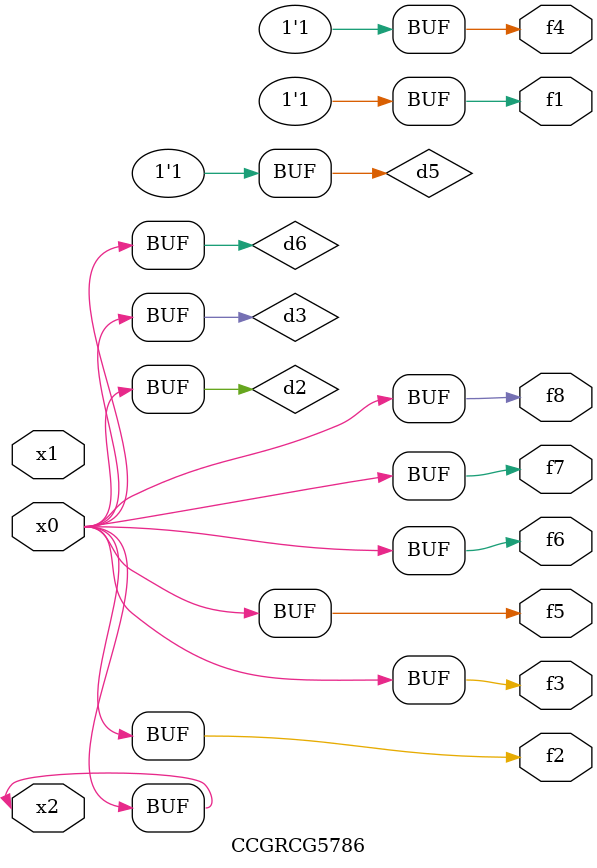
<source format=v>
module CCGRCG5786(
	input x0, x1, x2,
	output f1, f2, f3, f4, f5, f6, f7, f8
);

	wire d1, d2, d3, d4, d5, d6;

	xnor (d1, x2);
	buf (d2, x0, x2);
	and (d3, x0);
	xnor (d4, x1, x2);
	nand (d5, d1, d3);
	buf (d6, d2, d3);
	assign f1 = d5;
	assign f2 = d6;
	assign f3 = d6;
	assign f4 = d5;
	assign f5 = d6;
	assign f6 = d6;
	assign f7 = d6;
	assign f8 = d6;
endmodule

</source>
